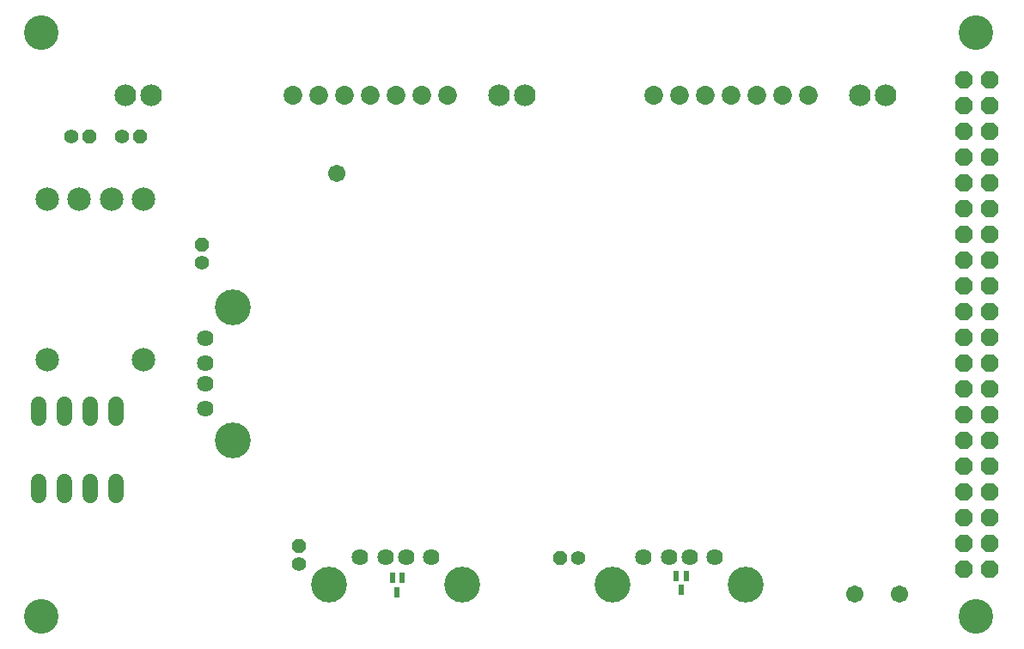
<source format=gbs>
G75*
G70*
%OFA0B0*%
%FSLAX24Y24*%
%IPPOS*%
%LPD*%
%AMOC8*
5,1,8,0,0,1.08239X$1,22.5*
%
%ADD10C,0.1340*%
%ADD11C,0.0907*%
%ADD12OC8,0.0560*%
%ADD13C,0.0560*%
%ADD14C,0.0730*%
%ADD15C,0.0840*%
%ADD16C,0.0640*%
%ADD17C,0.1390*%
%ADD18R,0.0237X0.0395*%
%ADD19OC8,0.0680*%
%ADD20C,0.0600*%
%ADD21C,0.0674*%
%ADD22C,0.0671*%
D10*
X001834Y002943D03*
X001834Y025620D03*
X038094Y025620D03*
X038094Y002943D03*
D11*
X005797Y012898D03*
X002047Y012898D03*
X002047Y019148D03*
X003297Y019148D03*
X004547Y019148D03*
X005797Y019148D03*
D12*
X008055Y017387D03*
X005649Y021565D03*
X003680Y021565D03*
X011807Y005683D03*
X021957Y005191D03*
D13*
X022657Y005191D03*
X011807Y004983D03*
X008055Y016687D03*
X004949Y021565D03*
X002980Y021565D03*
D14*
X011574Y023183D03*
X012574Y023183D03*
X013574Y023183D03*
X014574Y023183D03*
X015574Y023183D03*
X016574Y023183D03*
X017574Y023183D03*
X025574Y023183D03*
X026574Y023183D03*
X027574Y023183D03*
X028574Y023183D03*
X029574Y023183D03*
X030574Y023183D03*
X031574Y023183D03*
D15*
X033574Y023183D03*
X034574Y023183D03*
X020574Y023183D03*
X019574Y023183D03*
X006074Y023183D03*
X005074Y023183D03*
D16*
X008186Y013739D03*
X008186Y012759D03*
X008186Y011969D03*
X008186Y010989D03*
X014199Y005253D03*
X015179Y005253D03*
X015969Y005253D03*
X016949Y005253D03*
X025199Y005253D03*
X026179Y005253D03*
X026969Y005253D03*
X027949Y005253D03*
D17*
X029159Y004183D03*
X023989Y004183D03*
X018159Y004183D03*
X012989Y004183D03*
X009256Y009779D03*
X009256Y014949D03*
D18*
X015437Y004439D03*
X015830Y004439D03*
X015634Y003888D03*
X026445Y004518D03*
X026838Y004518D03*
X026641Y003967D03*
D19*
X037634Y004782D03*
X038634Y004782D03*
X038634Y005782D03*
X038634Y006782D03*
X037634Y006782D03*
X037634Y005782D03*
X037634Y007782D03*
X038634Y007782D03*
X038634Y008782D03*
X038634Y009782D03*
X037634Y009782D03*
X037634Y008782D03*
X037634Y010782D03*
X038634Y010782D03*
X038634Y011782D03*
X037634Y011782D03*
X037634Y012782D03*
X038634Y012782D03*
X038634Y013782D03*
X037634Y013782D03*
X037634Y014782D03*
X038634Y014782D03*
X038634Y015782D03*
X037634Y015782D03*
X037634Y016782D03*
X038634Y016782D03*
X038634Y017782D03*
X037634Y017782D03*
X037634Y018782D03*
X038634Y018782D03*
X038634Y019782D03*
X037634Y019782D03*
X037634Y020782D03*
X038634Y020782D03*
X038634Y021782D03*
X038634Y022782D03*
X037634Y022782D03*
X037634Y021782D03*
X037634Y023782D03*
X038634Y023782D03*
D20*
X004712Y011160D02*
X004712Y010640D01*
X003712Y010640D02*
X003712Y011160D01*
X002712Y011160D02*
X002712Y010640D01*
X001712Y010640D02*
X001712Y011160D01*
X001712Y008160D02*
X001712Y007640D01*
X002712Y007640D02*
X002712Y008160D01*
X003712Y008160D02*
X003712Y007640D01*
X004712Y007640D02*
X004712Y008160D01*
D21*
X033370Y003809D03*
X035122Y003809D03*
D22*
X013291Y020148D03*
M02*

</source>
